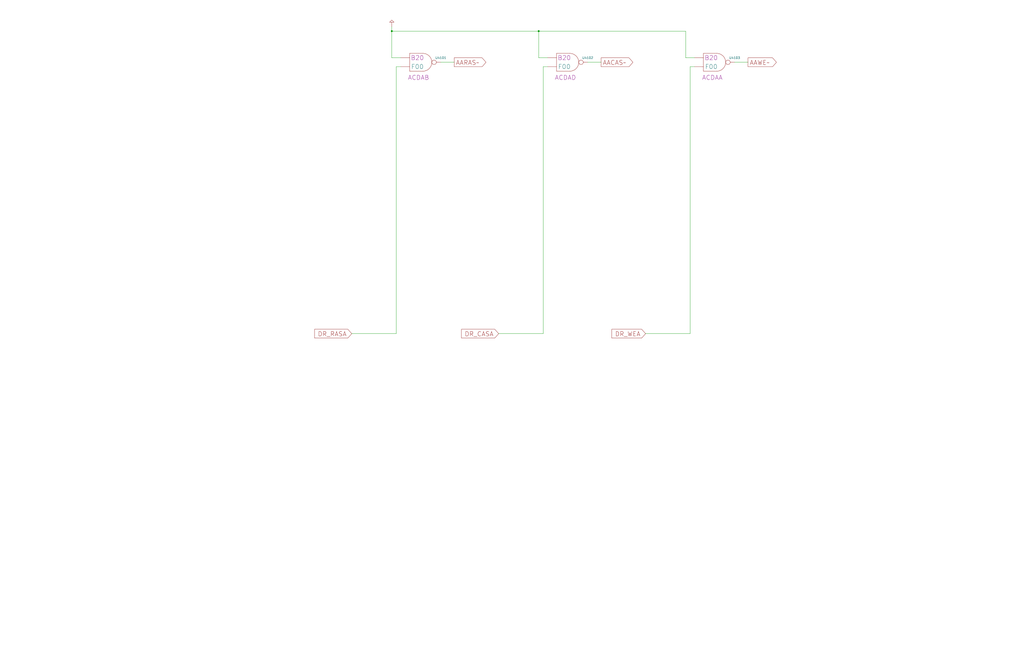
<source format=kicad_sch>
(kicad_sch (version 20250114) (generator "eeschema") (generator_version "9.0")
  (paper "User" 584.2 378.46)
  (title_block (title "PLANEA\\nRAS, CAS, WE GENERATION") (date "08-MAR-90") (rev "0.0") (comment 1 "MEM32 BOARD") (comment 2 "232-003066") (comment 3 "S400") (comment 4 "RELEASED"))
  (lib_symbols
    (symbol "r1000:F00" (pin_numbers (hide yes)) (pin_names (hide yes))
      (property "Reference" "U" (at 15.24 0 0))
      (property "Value" "F00" (at 1.905 -5.08 0))
      (property "Location" "___" (at 1.905 0 0))
      (property "Name" "______" (at 2.54 -12.7 0))
      (symbol "F00_0_1"
        (polyline (pts (xy -2.54 2.54) (xy -2.54 -7.62)) (stroke (width 0.1524)))
        (polyline (pts (xy -2.54 2.54) (xy 5.08 2.54)) (stroke (width 0.1524)))
        (polyline (pts (xy -2.54 -7.62) (xy 5.08 -7.62)) (stroke (width 0.1524)))
        (arc (start 5.08 2.54) (mid 10.1281 -2.54) (end 5.08 -7.62) (stroke (width 0.1524)))
        (circle (center 11.43 -2.54) (radius 1.27) (stroke (width 0.1524)))
      )
      (symbol "F00_0_2"
        (arc (start -3.175 2.54) (mid -2.134 -2.54) (end -3.175 -7.62) (stroke (width 0.1524)))
        (circle (center -3.81 0) (radius 1.27) (stroke (width 0.1524)))
        (circle (center -3.81 -5.08) (radius 1.27) (stroke (width 0.1524)))
        (polyline (pts (xy -3.175 2.54) (xy 3.81 2.54)) (stroke (width 0.1524)))
        (polyline (pts (xy -3.175 -7.62) (xy 3.81 -7.62)) (stroke (width 0.1524)))
        (arc (start 3.81 2.54) (mid 7.5828 0.7472) (end 10.16 -2.54) (stroke (width 0.1524)))
        (arc (start 10.16 -2.54) (mid 7.5855 -5.8306) (end 3.81 -7.62) (stroke (width 0.1524)))
      )
      (symbol "F00_1_1"
        (pin input line (at -7.62 0 0) (length 5.08) (name "D0") (number "1"))
        (pin input line (at -7.62 -5.08 0) (length 5.08) (name "D1") (number "2"))
        (pin output line (at 15.24 -2.54 180) (length 2.54) (name "Q") (number "3"))
      )
      (symbol "F00_1_2"
        (pin input line (at -7.62 0 0) (length 2.54) (name "D0") (number "1"))
        (pin input line (at -7.62 -5.08 0) (length 2.54) (name "D1") (number "2"))
        (pin output line (at 15.24 -2.54 180) (length 5.08) (name "Q") (number "3"))
      )
    )
    (symbol "r1000:PU" (power) (pin_numbers (hide yes)) (pin_names (hide yes))
      (symbol "PU_0_1"
        (polyline (pts (xy 0 2.54) (xy -1.27 2.54) (xy 0 3.81) (xy 1.27 2.54) (xy 0 2.54)) (stroke (width 0.1524)))
      )
      (symbol "PU_1_1"
        (pin power_in line (at 0 0 90) (length 2.54) (name "PU") (number "1"))
      )
    )
  )
  (junction (at 223.52 17.78))
  (junction (at 307.34 17.78))
  (wire (pts (xy 335.28 35.56) (xy 342.9 35.56)))
  (wire (pts (xy 223.52 33.02) (xy 223.52 17.78)))
  (wire (pts (xy 419.1 35.56) (xy 426.72 35.56)))
  (wire (pts (xy 393.7 190.5) (xy 393.7 38.1)))
  (wire (pts (xy 307.34 17.78) (xy 223.52 17.78)))
  (wire (pts (xy 309.88 38.1) (xy 312.42 38.1)))
  (wire (pts (xy 391.16 33.02) (xy 391.16 17.78)))
  (wire (pts (xy 200.66 190.5) (xy 226.06 190.5)))
  (wire (pts (xy 391.16 17.78) (xy 307.34 17.78)))
  (wire (pts (xy 368.3 190.5) (xy 393.7 190.5)))
  (wire (pts (xy 393.7 38.1) (xy 396.24 38.1)))
  (wire (pts (xy 226.06 190.5) (xy 226.06 38.1)))
  (wire (pts (xy 223.52 15.24) (xy 223.52 17.78)))
  (wire (pts (xy 228.6 33.02) (xy 223.52 33.02)))
  (wire (pts (xy 307.34 33.02) (xy 307.34 17.78)))
  (wire (pts (xy 396.24 33.02) (xy 391.16 33.02)))
  (wire (pts (xy 284.48 190.5) (xy 309.88 190.5)))
  (wire (pts (xy 251.46 35.56) (xy 259.08 35.56)))
  (wire (pts (xy 309.88 190.5) (xy 309.88 38.1)))
  (wire (pts (xy 312.42 33.02) (xy 307.34 33.02)))
  (wire (pts (xy 226.06 38.1) (xy 228.6 38.1)))
  (global_label "DR_RASA" (shape input) (at 200.66 190.5 180) (effects (font (size 2.54 2.54))) (property "Intersheetrefs" "${INTERSHEET_REFS}" (at 179.5054 190.3413 0) (effects (font (size 1.905 1.905)) (justify right))))
  (global_label "AACAS~" (shape output) (at 342.9 35.56 0) (effects (font (size 2.54 2.54))) (property "Intersheetrefs" "${INTERSHEET_REFS}" (at 361.0308 35.4013 0) (effects (font (size 1.905 1.905)) (justify left))))
  (global_label "AAWE~" (shape output) (at 426.72 35.56 0) (effects (font (size 2.54 2.54))) (property "Intersheetrefs" "${INTERSHEET_REFS}" (at 442.9155 35.4013 0) (effects (font (size 1.905 1.905)) (justify left))))
  (global_label "AARAS~" (shape output) (at 259.08 35.56 0) (effects (font (size 2.54 2.54))) (property "Intersheetrefs" "${INTERSHEET_REFS}" (at 277.2108 35.4013 0) (effects (font (size 1.905 1.905)) (justify left))))
  (global_label "DR_CASA" (shape input) (at 284.48 190.5 180) (effects (font (size 2.54 2.54))) (property "Intersheetrefs" "${INTERSHEET_REFS}" (at 263.3254 190.3413 0) (effects (font (size 1.905 1.905)) (justify right))))
  (global_label "DR_WEA" (shape input) (at 368.3 190.5 180) (effects (font (size 2.54 2.54))) (property "Intersheetrefs" "${INTERSHEET_REFS}" (at 349.0807 190.3413 0) (effects (font (size 1.905 1.905)) (justify right))))
  (symbol (lib_id "r1000:F00") (at 403.86 33.02 0) (unit 1)
    (property "Reference" "U4103" (at 419.1 33.02 0))
    (property "Value" "F00" (at 405.765 38.1 0) (effects (font (size 2.54 2.54))))
    (property "Location" "B20" (at 405.765 33.02 0) (effects (font (size 2.54 2.54))))
    (property "Name" "ACDAA" (at 406.4 45.72 0) (effects (font (size 2.54 2.54)) (justify bottom)))
  )
  (symbol (lib_id "r1000:F00") (at 236.22 33.02 0) (unit 1)
    (property "Reference" "U4101" (at 251.46 33.02 0))
    (property "Value" "F00" (at 238.125 38.1 0) (effects (font (size 2.54 2.54))))
    (property "Location" "B20" (at 238.125 33.02 0) (effects (font (size 2.54 2.54))))
    (property "Name" "ACDAB" (at 238.76 45.72 0) (effects (font (size 2.54 2.54)) (justify bottom)))
  )
  (symbol (lib_id "r1000:PU") (at 223.52 15.24 0) (unit 1)
    (property "Reference" "#PWR04101" (effects (hide yes)))
    (property "Value" "PU" (effects (hide yes)))
  )
  (symbol (lib_id "r1000:F00") (at 320.04 33.02 0) (unit 1)
    (property "Reference" "U4102" (at 335.28 33.02 0))
    (property "Value" "F00" (at 321.945 38.1 0) (effects (font (size 2.54 2.54))))
    (property "Location" "B20" (at 321.945 33.02 0) (effects (font (size 2.54 2.54))))
    (property "Name" "ACDAD" (at 322.58 45.72 0) (effects (font (size 2.54 2.54)) (justify bottom)))
  )
)
</source>
